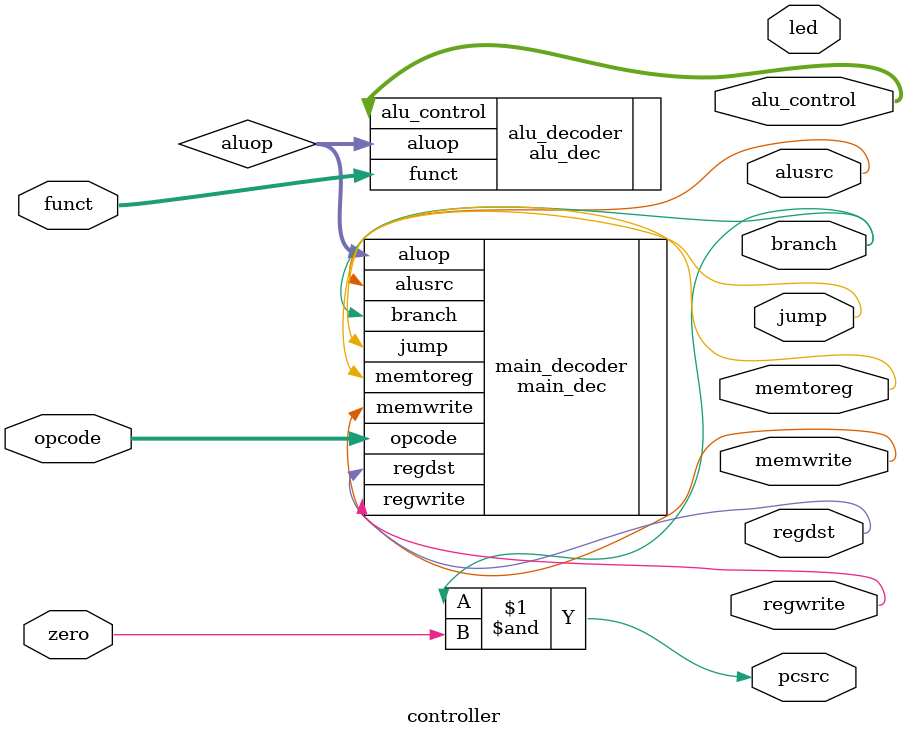
<source format=v>
`timescale 1ns / 1ps
module controller(
    input [5:0] opcode,
    input [5:0] funct,
    input zero,
    output memtoreg,
    output memwrite,
    output regwrite,
    output regdst,
    output alusrc,
    output branch,
    output jump,
    output pcsrc,
    output [2:0]alu_control,
    output [10:0]led
);
    wire [1:0] aluop;
    assign pcsrc = branch & zero;
    main_dec main_decoder(.opcode(opcode), .alusrc(alusrc), .memwrite(memwrite), 
                          .regwrite(regwrite), .regdst(regdst), .branch(branch), 
                          .jump(jump), .aluop(aluop), .memtoreg(memtoreg));
    alu_dec alu_decoder(.aluop(aluop), .funct(funct), .alu_control(alu_control));
endmodule
</source>
